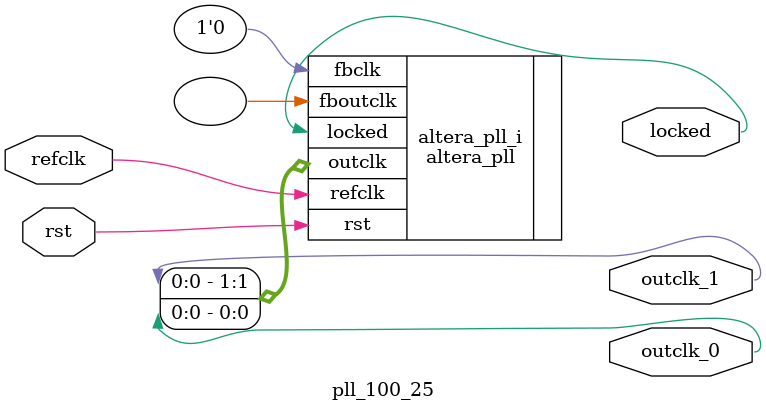
<source format=v>
`timescale 1ns/10ps

module  pll_100_25(
	// interface 'refclk'
	input refclk,
	// interface 'reset'
	input rst,
	// interface 'outclk0'
	output outclk_0,
	// interface 'outclk1'
	output outclk_1,
	// interface 'locked'
	output locked
);

	altera_pll #(
		.fractional_vco_multiplier("true"),
		.reference_clock_frequency("50.0 MHz"),
		.operation_mode("direct"),
		.number_of_clocks(2),
		.output_clock_frequency0("100.000000 MHz"),
		.phase_shift0("0 ps"),
		.duty_cycle0(50),
		.output_clock_frequency1("25.000000 MHz"),
		.phase_shift1("0 ps"),
		.duty_cycle1(50),
		.output_clock_frequency2("0 MHz"),
		.phase_shift2("0 ps"),
		.duty_cycle2(50),
		.output_clock_frequency3("0 MHz"),
		.phase_shift3("0 ps"),
		.duty_cycle3(50),
		.output_clock_frequency4("0 MHz"),
		.phase_shift4("0 ps"),
		.duty_cycle4(50),
		.output_clock_frequency5("0 MHz"),
		.phase_shift5("0 ps"),
		.duty_cycle5(50),
		.output_clock_frequency6("0 MHz"),
		.phase_shift6("0 ps"),
		.duty_cycle6(50),
		.output_clock_frequency7("0 MHz"),
		.phase_shift7("0 ps"),
		.duty_cycle7(50),
		.output_clock_frequency8("0 MHz"),
		.phase_shift8("0 ps"),
		.duty_cycle8(50),
		.output_clock_frequency9("0 MHz"),
		.phase_shift9("0 ps"),
		.duty_cycle9(50),
		.output_clock_frequency10("0 MHz"),
		.phase_shift10("0 ps"),
		.duty_cycle10(50),
		.output_clock_frequency11("0 MHz"),
		.phase_shift11("0 ps"),
		.duty_cycle11(50),
		.output_clock_frequency12("0 MHz"),
		.phase_shift12("0 ps"),
		.duty_cycle12(50),
		.output_clock_frequency13("0 MHz"),
		.phase_shift13("0 ps"),
		.duty_cycle13(50),
		.output_clock_frequency14("0 MHz"),
		.phase_shift14("0 ps"),
		.duty_cycle14(50),
		.output_clock_frequency15("0 MHz"),
		.phase_shift15("0 ps"),
		.duty_cycle15(50),
		.output_clock_frequency16("0 MHz"),
		.phase_shift16("0 ps"),
		.duty_cycle16(50),
		.output_clock_frequency17("0 MHz"),
		.phase_shift17("0 ps"),
		.duty_cycle17(50),
		.pll_type("General"),
		.pll_subtype("General")
	) altera_pll_i (
		.rst	(rst),
		.outclk	({outclk_1, outclk_0}),
		.locked	(locked),
		.fboutclk	( ),
		.fbclk	(1'b0),
		.refclk	(refclk)
	);
endmodule


</source>
